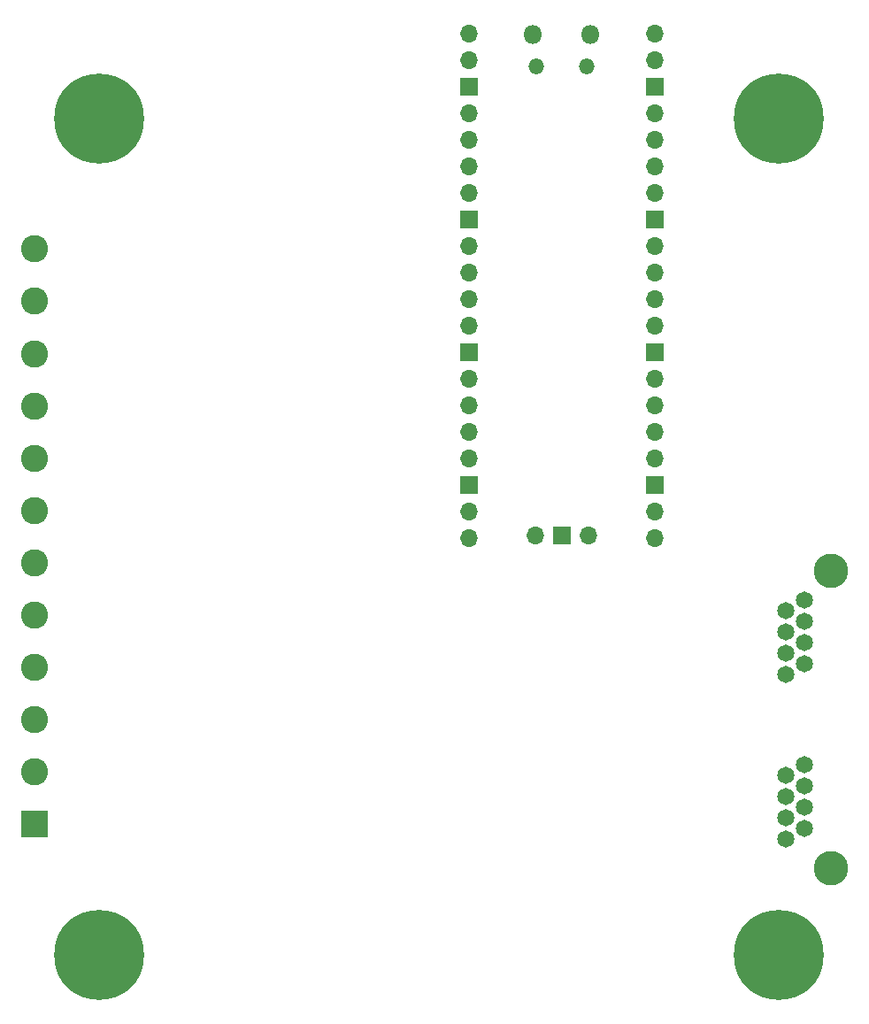
<source format=gbr>
%TF.GenerationSoftware,KiCad,Pcbnew,8.0.6*%
%TF.CreationDate,2025-02-03T18:30:11-05:00*%
%TF.ProjectId,Pico_LCC,5069636f-5f4c-4434-932e-6b696361645f,2*%
%TF.SameCoordinates,Original*%
%TF.FileFunction,Soldermask,Bot*%
%TF.FilePolarity,Negative*%
%FSLAX46Y46*%
G04 Gerber Fmt 4.6, Leading zero omitted, Abs format (unit mm)*
G04 Created by KiCad (PCBNEW 8.0.6) date 2025-02-03 18:30:11*
%MOMM*%
%LPD*%
G01*
G04 APERTURE LIST*
%ADD10C,0.900000*%
%ADD11C,8.600000*%
%ADD12O,1.800000X1.800000*%
%ADD13O,1.500000X1.500000*%
%ADD14O,1.700000X1.700000*%
%ADD15R,1.700000X1.700000*%
%ADD16R,2.600000X2.600000*%
%ADD17C,2.600000*%
%ADD18C,3.300000*%
%ADD19C,1.652000*%
G04 APERTURE END LIST*
D10*
%TO.C,H4*%
X96775000Y-35000000D03*
X97719581Y-32719581D03*
X97719581Y-37280419D03*
X100000000Y-31775000D03*
D11*
X100000000Y-35000000D03*
D10*
X100000000Y-38225000D03*
X102280419Y-32719581D03*
X102280419Y-37280419D03*
X103225000Y-35000000D03*
%TD*%
%TO.C,H2*%
X31775000Y-115000000D03*
X32719581Y-112719581D03*
X32719581Y-117280419D03*
X35000000Y-111775000D03*
D11*
X35000000Y-115000000D03*
D10*
X35000000Y-118225000D03*
X37280419Y-112719581D03*
X37280419Y-117280419D03*
X38225000Y-115000000D03*
%TD*%
D12*
%TO.C,U1*%
X76525000Y-27000000D03*
D13*
X76825000Y-30030000D03*
X81675000Y-30030000D03*
D12*
X81975000Y-27000000D03*
D14*
X70360000Y-26870000D03*
X70360000Y-29410000D03*
D15*
X70360000Y-31950000D03*
D14*
X70360000Y-34490000D03*
X70360000Y-37030000D03*
X70360000Y-39570000D03*
X70360000Y-42110000D03*
D15*
X70360000Y-44650000D03*
D14*
X70360000Y-47190000D03*
X70360000Y-49730000D03*
X70360000Y-52270000D03*
X70360000Y-54810000D03*
D15*
X70360000Y-57350000D03*
D14*
X70360000Y-59890000D03*
X70360000Y-62430000D03*
X70360000Y-64970000D03*
X70360000Y-67510000D03*
D15*
X70360000Y-70050000D03*
D14*
X70360000Y-72590000D03*
X70360000Y-75130000D03*
X88140000Y-75130000D03*
X88140000Y-72590000D03*
D15*
X88140000Y-70050000D03*
D14*
X88140000Y-67510000D03*
X88140000Y-64970000D03*
X88140000Y-62430000D03*
X88140000Y-59890000D03*
D15*
X88140000Y-57350000D03*
D14*
X88140000Y-54810000D03*
X88140000Y-52270000D03*
X88140000Y-49730000D03*
X88140000Y-47190000D03*
D15*
X88140000Y-44650000D03*
D14*
X88140000Y-42110000D03*
X88140000Y-39570000D03*
X88140000Y-37030000D03*
X88140000Y-34490000D03*
D15*
X88140000Y-31950000D03*
D14*
X88140000Y-29410000D03*
X88140000Y-26870000D03*
X76710000Y-74900000D03*
D15*
X79250000Y-74900000D03*
D14*
X81790000Y-74900000D03*
%TD*%
D16*
%TO.C,J1*%
X28805000Y-102500000D03*
D17*
X28805000Y-97500000D03*
X28805000Y-92500000D03*
X28805000Y-87500000D03*
X28805000Y-82500000D03*
X28805000Y-77500000D03*
X28805000Y-72500000D03*
X28805000Y-67500000D03*
X28805000Y-62500000D03*
X28805000Y-57500000D03*
X28805000Y-52500000D03*
X28805000Y-47500000D03*
%TD*%
D10*
%TO.C,H3*%
X96775000Y-115000000D03*
X97719581Y-112719581D03*
X97719581Y-117280419D03*
X100000000Y-111775000D03*
D11*
X100000000Y-115000000D03*
D10*
X100000000Y-118225000D03*
X102280419Y-112719581D03*
X102280419Y-117280419D03*
X103225000Y-115000000D03*
%TD*%
D18*
%TO.C,J2*%
X105060000Y-106745500D03*
X105060000Y-78295500D03*
D19*
X102520000Y-96843500D03*
X100740000Y-97859500D03*
X102520000Y-98875500D03*
X100740000Y-99891500D03*
X102520000Y-100907500D03*
X100740000Y-101923500D03*
X102520000Y-102939500D03*
X100740000Y-103955500D03*
X102520000Y-81093500D03*
X100740000Y-82109500D03*
X102520000Y-83125500D03*
X100740000Y-84141500D03*
X102520000Y-85157500D03*
X100740000Y-86173500D03*
X102520000Y-87189500D03*
X100740000Y-88205500D03*
%TD*%
D10*
%TO.C,H1*%
X31775000Y-35000000D03*
X32719581Y-32719581D03*
X32719581Y-37280419D03*
X35000000Y-31775000D03*
D11*
X35000000Y-35000000D03*
D10*
X35000000Y-38225000D03*
X37280419Y-32719581D03*
X37280419Y-37280419D03*
X38225000Y-35000000D03*
%TD*%
M02*

</source>
